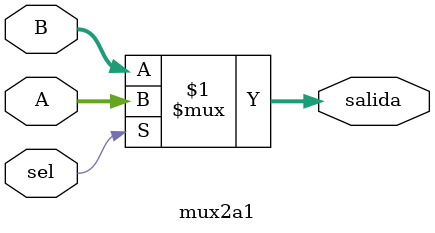
<source format=v>
`timescale 1ns / 1ps


module mux2a1#
(
    parameter nbits = 32
)
(
    input   wire [nbits -1:0] A,  // Entradas modulo
    input   wire [nbits -1:0] B,  // Entradas modulo
    input   wire sel,             // Entradas modulo
    output  wire [nbits -1:0] salida // Salidas modulo
);
// Logica multiplexor
assign salida = (sel) ? A: B;

endmodule

</source>
